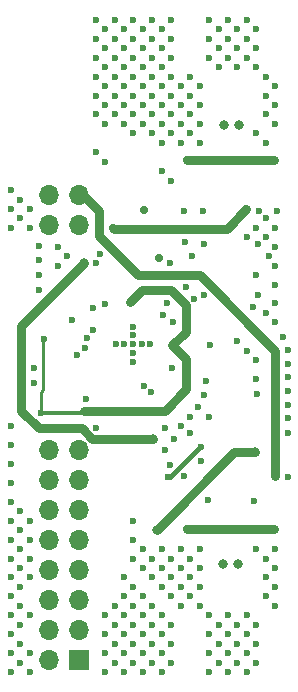
<source format=gbr>
%TF.GenerationSoftware,KiCad,Pcbnew,(5.1.9)-1*%
%TF.CreationDate,2021-07-06T15:26:54+07:00*%
%TF.ProjectId,A2B,4132422e-6b69-4636-9164-5f7063625858,2*%
%TF.SameCoordinates,Original*%
%TF.FileFunction,Copper,L3,Inr*%
%TF.FilePolarity,Positive*%
%FSLAX46Y46*%
G04 Gerber Fmt 4.6, Leading zero omitted, Abs format (unit mm)*
G04 Created by KiCad (PCBNEW (5.1.9)-1) date 2021-07-06 15:26:54*
%MOMM*%
%LPD*%
G01*
G04 APERTURE LIST*
%TA.AperFunction,ComponentPad*%
%ADD10O,1.700000X1.700000*%
%TD*%
%TA.AperFunction,ComponentPad*%
%ADD11R,1.700000X1.700000*%
%TD*%
%TA.AperFunction,ViaPad*%
%ADD12C,0.600000*%
%TD*%
%TA.AperFunction,ViaPad*%
%ADD13C,0.700000*%
%TD*%
%TA.AperFunction,ViaPad*%
%ADD14C,0.800000*%
%TD*%
%TA.AperFunction,Conductor*%
%ADD15C,0.800000*%
%TD*%
%TA.AperFunction,Conductor*%
%ADD16C,0.300000*%
%TD*%
%TA.AperFunction,Conductor*%
%ADD17C,0.250000*%
%TD*%
%TA.AperFunction,Conductor*%
%ADD18C,0.400000*%
%TD*%
G04 APERTURE END LIST*
D10*
%TO.N,GND*%
%TO.C,D3*%
X115265200Y-53505100D03*
X112725200Y-53505100D03*
%TO.N,+8V*%
X115265200Y-50965100D03*
X112725200Y-50965100D03*
D11*
%TO.N,GND*%
X115265200Y-90335100D03*
D10*
X112725200Y-90335100D03*
%TO.N,/PDMCLK\u005CIO7*%
X115265200Y-87795100D03*
%TO.N,/DRX1*%
X112725200Y-87795100D03*
%TO.N,/DRX0*%
X115265200Y-85255100D03*
%TO.N,/DTX1*%
X112725200Y-85255100D03*
%TO.N,/DTX0*%
X115265200Y-82715100D03*
%TO.N,GND*%
X112725200Y-82715100D03*
%TO.N,/SYNC*%
X115265200Y-80175100D03*
%TO.N,/BCLK*%
X112725200Y-80175100D03*
%TO.N,/CLKOUT2*%
X115265200Y-77635100D03*
%TO.N,/CLKOUT1*%
X112725200Y-77635100D03*
%TO.N,/IRQ*%
X115265200Y-75095100D03*
%TO.N,GND*%
X112725200Y-75095100D03*
%TO.N,/SDA*%
X115265200Y-72555100D03*
%TO.N,/SCL*%
X112725200Y-72555100D03*
%TD*%
D12*
%TO.N,GND*%
X121348500Y-63627000D03*
X119888000Y-65151000D03*
X119888000Y-64389000D03*
X119888000Y-62865000D03*
X120650000Y-63627000D03*
X119126000Y-63627000D03*
X119888000Y-63627000D03*
X126428500Y-63690500D03*
X122428000Y-61150500D03*
X118427500Y-63627000D03*
X119888000Y-62166500D03*
X116776500Y-56769000D03*
X109511799Y-50569999D03*
X109511799Y-52169999D03*
X109511799Y-53769999D03*
X109511799Y-70569999D03*
X109511799Y-72169999D03*
X109511799Y-73769999D03*
X109511799Y-75369999D03*
X109511799Y-76969999D03*
X109511799Y-78569999D03*
X109511799Y-80169999D03*
X109511799Y-81769999D03*
X109511799Y-83369999D03*
X109511799Y-84969999D03*
X109511799Y-86569999D03*
X109511799Y-88169999D03*
X109511799Y-89769999D03*
X109511799Y-91369999D03*
X110311799Y-51369999D03*
X110311799Y-52969999D03*
X110311799Y-77769999D03*
X110311799Y-79369999D03*
X110311799Y-80969999D03*
X110311799Y-82569999D03*
X110311799Y-84169999D03*
X110311799Y-85769999D03*
X110311799Y-87369999D03*
X110311799Y-88969999D03*
X110311799Y-90569999D03*
X111111799Y-52169999D03*
X111111799Y-53769999D03*
X111111799Y-78569999D03*
X111111799Y-80169999D03*
X111111799Y-81769999D03*
X111111799Y-83369999D03*
X111111799Y-86569999D03*
X111111799Y-89769999D03*
X111111799Y-91369999D03*
X113511799Y-55369999D03*
X113511799Y-56969999D03*
X114311799Y-56169999D03*
X116711799Y-36169999D03*
X116711799Y-37769999D03*
X116711799Y-39369999D03*
X116711799Y-40969999D03*
X116711799Y-42569999D03*
X116711799Y-44169999D03*
X116711799Y-47369999D03*
X117511799Y-36969999D03*
X117511799Y-38569999D03*
X117511799Y-40169999D03*
X117511799Y-41769999D03*
X117511799Y-43369999D03*
X117511799Y-44969999D03*
X117511799Y-48169999D03*
X117511799Y-86569999D03*
X117511799Y-88169999D03*
X117511799Y-89769999D03*
X117511799Y-91369999D03*
X118311799Y-36169999D03*
X118311799Y-37769999D03*
X118311799Y-39369999D03*
X118311799Y-40969999D03*
X118311799Y-42569999D03*
X118311799Y-44169999D03*
X118311799Y-85769999D03*
X118311799Y-87369999D03*
X118311799Y-88969999D03*
X118311799Y-90569999D03*
X119111799Y-36969999D03*
X119111799Y-38569999D03*
X119111799Y-40169999D03*
X119111799Y-41769999D03*
X119111799Y-43369999D03*
X119111799Y-44969999D03*
X119111799Y-83369999D03*
X119111799Y-84969999D03*
X119111799Y-86569999D03*
X119111799Y-88169999D03*
X119111799Y-89769999D03*
X119111799Y-91369999D03*
X119911799Y-36169999D03*
X119911799Y-37769999D03*
X119911799Y-39369999D03*
X119911799Y-40969999D03*
X119911799Y-42569999D03*
X119911799Y-44169999D03*
X119911799Y-45769999D03*
X119911799Y-78569999D03*
X119911799Y-80169999D03*
X119911799Y-81769999D03*
X119911799Y-84169999D03*
X119911799Y-85769999D03*
X119911799Y-87369999D03*
X119911799Y-88969999D03*
X119911799Y-90569999D03*
X120711799Y-36969999D03*
X120711799Y-38569999D03*
X120711799Y-40169999D03*
X120711799Y-41769999D03*
X120711799Y-43369999D03*
X120711799Y-44969999D03*
X120711799Y-80969999D03*
X120711799Y-82569999D03*
X120711799Y-84969999D03*
X120711799Y-86569999D03*
X120711799Y-88169999D03*
X120711799Y-89769999D03*
X120711799Y-91369999D03*
X121511799Y-36169999D03*
X121511799Y-37769999D03*
X121511799Y-39369999D03*
X121511799Y-40969999D03*
X121511799Y-42569999D03*
X121511799Y-44169999D03*
X121511799Y-45769999D03*
X121511799Y-81769999D03*
X121511799Y-83369999D03*
X121511799Y-85769999D03*
X121511799Y-87369999D03*
X121511799Y-88969999D03*
X121511799Y-90569999D03*
X122311799Y-36969999D03*
X122311799Y-38569999D03*
X122311799Y-40169999D03*
X122311799Y-41769999D03*
X122311799Y-43369999D03*
X122311799Y-44969999D03*
X122311799Y-46569999D03*
X122311799Y-48969999D03*
X122311799Y-80969999D03*
X122311799Y-82569999D03*
X122311799Y-84169999D03*
X122311799Y-86569999D03*
X122311799Y-88169999D03*
X122311799Y-89769999D03*
X122311799Y-91369999D03*
X123111799Y-36169999D03*
X123111799Y-37769999D03*
X123111799Y-39369999D03*
X123111799Y-40969999D03*
X123111799Y-42569999D03*
X123111799Y-44169999D03*
X123111799Y-45769999D03*
X123111799Y-49769999D03*
X123317000Y-71628000D03*
X123111799Y-81769999D03*
X123111799Y-83369999D03*
X123111799Y-84969999D03*
X123111799Y-87369999D03*
X123111799Y-88969999D03*
X123111799Y-90569999D03*
X123911799Y-41769999D03*
X123911799Y-43369999D03*
X123911799Y-44969999D03*
X123911799Y-46569999D03*
X123911799Y-70569999D03*
X123911799Y-80969999D03*
X123911799Y-82569999D03*
X123911799Y-84169999D03*
X123911799Y-85769999D03*
X124711799Y-40969999D03*
X124711799Y-42569999D03*
X124711799Y-44169999D03*
X124711799Y-45769999D03*
X124244100Y-54952900D03*
X124711799Y-69769999D03*
X124711799Y-81769999D03*
X124711799Y-83369999D03*
X124711799Y-84969999D03*
X125511799Y-41769999D03*
X125511799Y-43369999D03*
X125511799Y-44969999D03*
X125511799Y-46569999D03*
X125511799Y-80969999D03*
X125511799Y-82569999D03*
X125511799Y-84169999D03*
X125511799Y-85769999D03*
X126311799Y-36169999D03*
X126311799Y-37769999D03*
X126311799Y-39369999D03*
X126311799Y-69769999D03*
X126311799Y-86569999D03*
X126311799Y-88169999D03*
X126311799Y-89769999D03*
X126311799Y-91369999D03*
X127111799Y-36969999D03*
X127111799Y-38569999D03*
X127111799Y-40169999D03*
X127111799Y-87369999D03*
X127111799Y-88969999D03*
X127111799Y-90569999D03*
X127911799Y-36169999D03*
X127911799Y-37769999D03*
X127911799Y-39369999D03*
X127911799Y-86569999D03*
X127911799Y-88169999D03*
X127911799Y-89769999D03*
X127911799Y-91369999D03*
X128711799Y-36969999D03*
X128711799Y-38569999D03*
X128711799Y-40169999D03*
X128711799Y-63369999D03*
X128711799Y-87369999D03*
X128711799Y-88969999D03*
X128711799Y-90569999D03*
X129511799Y-36169999D03*
X129511799Y-37769999D03*
X129511799Y-39369999D03*
X129511799Y-54569999D03*
X129511799Y-64169999D03*
X129511799Y-86569999D03*
X129511799Y-88169999D03*
X129511799Y-89769999D03*
X129511799Y-91369999D03*
X130311799Y-36969999D03*
X130311799Y-38569999D03*
X130311799Y-40169999D03*
X130311799Y-45769999D03*
X130311799Y-53769999D03*
X130311799Y-57769999D03*
X130311799Y-64969999D03*
X130311799Y-66569999D03*
X130311799Y-80969999D03*
X130311799Y-87369999D03*
X130311799Y-88969999D03*
X130311799Y-90569999D03*
X131111799Y-40969999D03*
X131111799Y-42569999D03*
X131111799Y-44169999D03*
X131111799Y-46569999D03*
X131111799Y-52969999D03*
X131111799Y-54569999D03*
X131111799Y-60969999D03*
X131111799Y-81769999D03*
X131111799Y-83369999D03*
X131111799Y-84969999D03*
X131911799Y-41769999D03*
X131911799Y-43369999D03*
X131911799Y-44969999D03*
X131911799Y-53769999D03*
X131911799Y-55369999D03*
X131911799Y-56969999D03*
X131911799Y-58569999D03*
X131911799Y-60169999D03*
X131911799Y-61769999D03*
X131911799Y-80969999D03*
X131911799Y-82569999D03*
X131911799Y-84169999D03*
X131911799Y-85769999D03*
X125780800Y-52324000D03*
X130517900Y-52336700D03*
X124866400Y-56121300D03*
X131419600Y-56121300D03*
X124688600Y-71107300D03*
X132969000Y-71120000D03*
X124193300Y-74752200D03*
X130073400Y-76860400D03*
X126238000Y-76835000D03*
X125590300Y-73533000D03*
X122555000Y-72567800D03*
X122999500Y-73812400D03*
X129997200Y-60502800D03*
X132562600Y-63004700D03*
X132969000Y-64071500D03*
X132969000Y-65278000D03*
X132969000Y-69850000D03*
X132969000Y-68770500D03*
X132969000Y-67564000D03*
X132969000Y-66421000D03*
X132969000Y-74866500D03*
X125857000Y-55118000D03*
X130429000Y-55118000D03*
X124206000Y-52324000D03*
X132080000Y-52324000D03*
X126047500Y-66738500D03*
X125412500Y-68897500D03*
X111950500Y-59055000D03*
X111950500Y-57785000D03*
X111950500Y-56515000D03*
X111950500Y-55308500D03*
X116776500Y-70675500D03*
X122618500Y-70739000D03*
X125031500Y-59753500D03*
X124333000Y-58737500D03*
X122999500Y-56705500D03*
X117094000Y-56007000D03*
%TO.N,/AD_VOUT1*%
X116459000Y-62413500D03*
X116522500Y-60579000D03*
X114681000Y-61531500D03*
%TO.N,Net-(C11-Pad2)*%
X115887500Y-68262500D03*
%TO.N,/AD_VOUT2*%
X123190000Y-63690500D03*
X119651500Y-60025000D03*
X115760500Y-69278500D03*
X112077500Y-69405500D03*
X112298200Y-63149200D03*
D13*
%TO.N,Net-(C14-Pad1)*%
X122061000Y-56310500D03*
X120840500Y-52260500D03*
%TO.N,+8V*%
X131889500Y-74803000D03*
%TO.N,/SENSE*%
X129476500Y-52197000D03*
X118173500Y-53784500D03*
D12*
%TO.N,Net-(C18-Pad1)*%
X123253500Y-61722000D03*
%TO.N,Net-(C19-Pad2)*%
X123190000Y-65595500D03*
%TO.N,Net-(C24-Pad2)*%
X122745500Y-60134500D03*
%TO.N,Net-(C28-Pad2)*%
X130436800Y-59443800D03*
X125864800Y-59443800D03*
%TO.N,Net-(C29-Pad2)*%
X130365500Y-67818000D03*
X125857000Y-67881500D03*
D13*
%TO.N,Net-(C39-Pad1)*%
X124460000Y-79248000D03*
X131826000Y-79248000D03*
%TO.N,Net-(C41-Pad1)*%
X131826000Y-48006000D03*
X124460000Y-48006000D03*
D14*
%TO.N,/AP3*%
X128778000Y-82232500D03*
%TO.N,/AN3*%
X127508000Y-82232500D03*
%TO.N,/BN3*%
X127571500Y-45085000D03*
%TO.N,/BP3*%
X128841500Y-45085000D03*
D12*
%TO.N,/CLKOUT1*%
X111529300Y-65618800D03*
%TO.N,/CLKOUT2*%
X111506000Y-66929000D03*
%TO.N,Net-(R7-Pad1)*%
X117475000Y-60198000D03*
%TO.N,/IRQ*%
X115125500Y-64516000D03*
%TO.N,/DRX1*%
X121412000Y-67691000D03*
%TO.N,/DRX0*%
X120777000Y-67183000D03*
%TO.N,/SDA*%
X115824000Y-63944500D03*
%TO.N,/SCL*%
X116014500Y-63119000D03*
%TO.N,Net-(C2-Pad1)*%
X122809000Y-74866500D03*
X125603000Y-72326500D03*
D14*
%TO.N,Net-(C4-Pad2)*%
X121920000Y-79311500D03*
X130238500Y-72771000D03*
%TO.N,/VIN*%
X121539000Y-71628000D03*
X115697000Y-56769000D03*
%TD*%
D15*
%TO.N,/AD_VOUT2*%
X120621500Y-59055000D02*
X119651500Y-60025000D01*
X123063000Y-59055000D02*
X120621500Y-59055000D01*
X124333000Y-60325000D02*
X123063000Y-59055000D01*
X124333000Y-62547500D02*
X124333000Y-60325000D01*
X123190000Y-63690500D02*
X124333000Y-62547500D01*
X124269500Y-64770000D02*
X123190000Y-63690500D01*
X124396500Y-64897000D02*
X124269500Y-64770000D01*
X122555000Y-69278500D02*
X124396500Y-67437000D01*
X115760500Y-69278500D02*
X122555000Y-69278500D01*
X124396500Y-67437000D02*
X124396500Y-64897000D01*
D16*
X115633500Y-69405500D02*
X115760500Y-69278500D01*
X112077500Y-69405500D02*
X115633500Y-69405500D01*
D17*
X112077500Y-67691000D02*
X112077500Y-69405500D01*
X112268000Y-67500500D02*
X112077500Y-67691000D01*
X112268000Y-63179400D02*
X112268000Y-67500500D01*
X112298200Y-63149200D02*
X112268000Y-63179400D01*
D15*
%TO.N,+8V*%
X131927600Y-74764900D02*
X131889500Y-74803000D01*
X131927600Y-64173100D02*
X131927600Y-74764900D01*
X125539500Y-57785000D02*
X131927600Y-64173100D01*
X120269000Y-57785000D02*
X125539500Y-57785000D01*
X116967000Y-54483000D02*
X120269000Y-57785000D01*
X116967000Y-52324000D02*
X116967000Y-54483000D01*
X115608100Y-50965100D02*
X116967000Y-52324000D01*
X115265200Y-50965100D02*
X115608100Y-50965100D01*
%TO.N,/SENSE*%
X127825500Y-53848000D02*
X129476500Y-52197000D01*
X118237000Y-53848000D02*
X127825500Y-53848000D01*
X118173500Y-53784500D02*
X118237000Y-53848000D01*
%TO.N,Net-(C39-Pad1)*%
X124460000Y-79248000D02*
X131826000Y-79248000D01*
%TO.N,Net-(C41-Pad1)*%
X124460000Y-48006000D02*
X131826000Y-48006000D01*
D18*
%TO.N,Net-(C2-Pad1)*%
X122999500Y-74866500D02*
X122809000Y-74866500D01*
X125539500Y-72326500D02*
X122999500Y-74866500D01*
X125603000Y-72326500D02*
X125539500Y-72326500D01*
D15*
%TO.N,Net-(C4-Pad2)*%
X130238500Y-72771000D02*
X128460500Y-72771000D01*
X128460500Y-72771000D02*
X121920000Y-79311500D01*
%TO.N,/VIN*%
X116427250Y-71628000D02*
X121539000Y-71628000D01*
X115538250Y-70739000D02*
X116427250Y-71628000D01*
X111887000Y-70739000D02*
X115538250Y-70739000D01*
X110426500Y-69278500D02*
X111887000Y-70739000D01*
X110426500Y-62039500D02*
X110426500Y-69278500D01*
X115697000Y-56769000D02*
X110426500Y-62039500D01*
%TD*%
M02*

</source>
